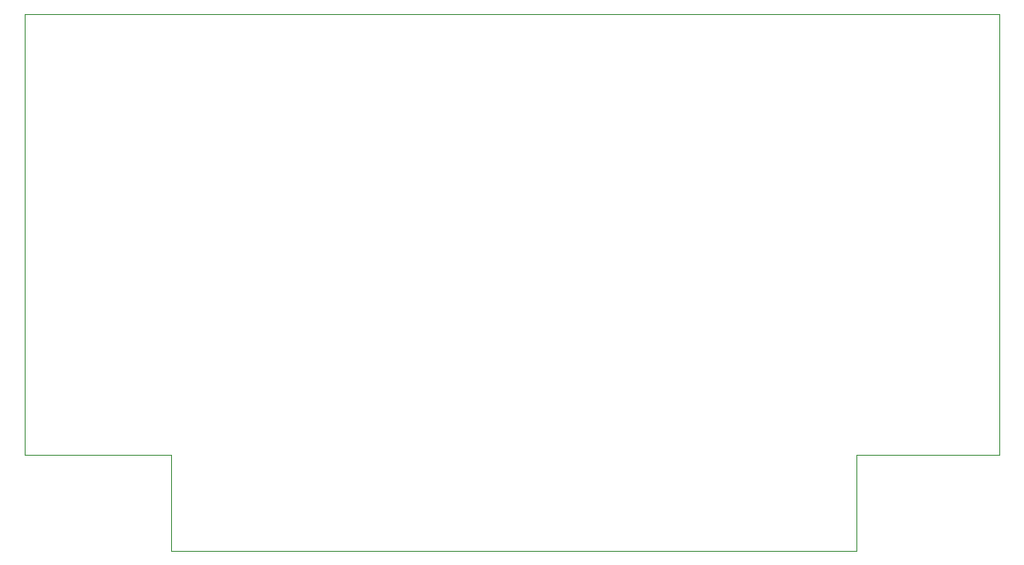
<source format=gm1>
G04 #@! TF.GenerationSoftware,KiCad,Pcbnew,8.0.2*
G04 #@! TF.CreationDate,2024-05-08T12:07:27-04:00*
G04 #@! TF.ProjectId,SMS-to-GG,534d532d-746f-42d4-9747-2e6b69636164,4*
G04 #@! TF.SameCoordinates,Original*
G04 #@! TF.FileFunction,Profile,NP*
%FSLAX46Y46*%
G04 Gerber Fmt 4.6, Leading zero omitted, Abs format (unit mm)*
G04 Created by KiCad (PCBNEW 8.0.2) date 2024-05-08 12:07:27*
%MOMM*%
%LPD*%
G01*
G04 APERTURE LIST*
G04 #@! TA.AperFunction,Profile*
%ADD10C,0.100000*%
G04 #@! TD*
G04 APERTURE END LIST*
D10*
X117904000Y-129543000D02*
X117904000Y-138814000D01*
X197406000Y-87220000D02*
X103860000Y-87220000D01*
X117904000Y-138814000D02*
X183690000Y-138814000D01*
X197406000Y-129543000D02*
X197406000Y-87220000D01*
X183690000Y-129543000D02*
X197406000Y-129543000D01*
X103860000Y-87220000D02*
X103860000Y-129543000D01*
X183690000Y-138814000D02*
X183690000Y-129543000D01*
X103860000Y-129543000D02*
X117904000Y-129543000D01*
M02*

</source>
